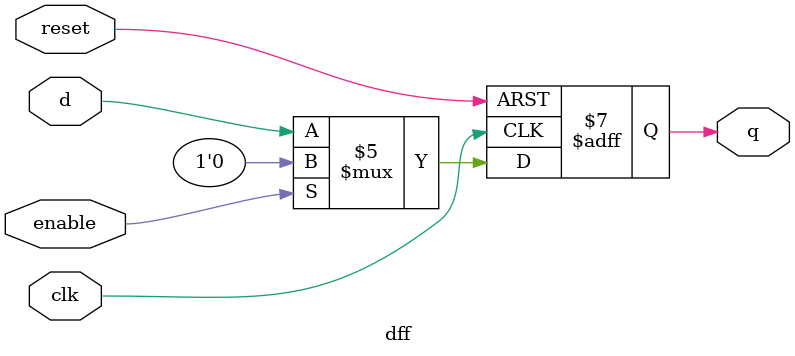
<source format=v>
module dff(d, clk, reset, enable, q);
	input d, clk, reset, enable;
	output q;
	reg q;

	always@(posedge clk or negedge reset)begin
	 if(~reset)begin
	  q <= 1'b0;
	 end else if (~enable)begin
	  q<=d;
	 end else begin
	  q <= 1'b0;
	 end
	end

endmodule
</source>
